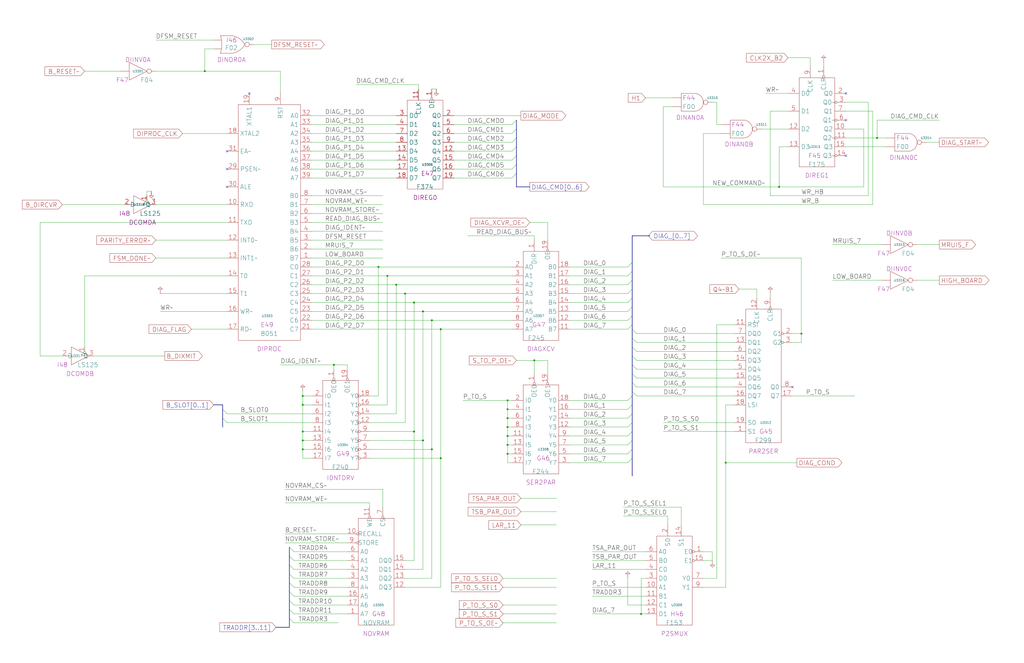
<source format=kicad_sch>
(kicad_sch (version 20230121) (generator eeschema)
  (paper "User" 584.2 378.46)
  (title_block (title "DIAGNOSTIC AND CONTROL\\nDIAGNOSTIC PROCESSOR") (date "08-MAR-90") (rev "0.0") (comment 1 "MEM32 BOARD") (comment 2 "232-003066") (comment 3 "S400") (comment 4 "RELEASED"))
  (junction (at 190.5 208.28))
  (junction (at 457.2 190.5))
  (junction (at 289.56 243.84))
  (junction (at 220.98 157.48))
  (junction (at 289.56 259.08))
  (junction (at 251.46 261.62))
  (junction (at 246.38 256.54))
  (junction (at 226.06 162.56))
  (junction (at 172.72 226.06))
  (junction (at 116.84 40.64))
  (junction (at 172.72 246.38))
  (junction (at 289.56 254))
  (junction (at 251.46 187.96))
  (junction (at 236.22 172.72))
  (junction (at 246.38 182.88))
  (junction (at 236.22 246.38))
  (junction (at 289.56 248.92))
  (junction (at 500.38 78.74))
  (junction (at 172.72 251.46))
  (junction (at 172.72 256.54))
  (junction (at 289.56 228.6))
  (junction (at 172.72 231.14))
  (junction (at 231.14 167.64))
  (junction (at 304.8 205.74))
  (junction (at 365.76 350.52))
  (junction (at 215.9 152.4))
  (junction (at 289.56 233.68))
  (junction (at 444.5 106.68))
  (junction (at 241.3 177.8))
  (junction (at 289.56 238.76))
  (junction (at 414.02 264.16))
  (junction (at 241.3 251.46))
  (no_connect (at 482.6 68.58))
  (no_connect (at 129.54 86.36))
  (no_connect (at 142.24 53.34))
  (no_connect (at 452.12 220.98))
  (no_connect (at 129.54 106.68))
  (no_connect (at 482.6 53.34))
  (no_connect (at 482.6 88.9))
  (no_connect (at 129.54 96.52))
  (bus_entry (at 165.1 317.5) (size 2.54 2.54))
  (bus_entry (at 360.68 149.86) (size -2.54 2.54))
  (bus_entry (at 360.68 223.52) (size 2.54 2.54))
  (bus_entry (at 360.68 256.54) (size -2.54 2.54))
  (bus_entry (at 165.1 337.82) (size 2.54 2.54))
  (bus_entry (at 294.64 78.74) (size -2.54 2.54))
  (bus_entry (at 360.68 251.46) (size -2.54 2.54))
  (bus_entry (at 360.68 208.28) (size 2.54 2.54))
  (bus_entry (at 294.64 88.9) (size -2.54 2.54))
  (bus_entry (at 360.68 165.1) (size -2.54 2.54))
  (bus_entry (at 165.1 327.66) (size 2.54 2.54))
  (bus_entry (at 165.1 342.9) (size 2.54 2.54))
  (bus_entry (at 360.68 193.04) (size 2.54 2.54))
  (bus_entry (at 127 233.68) (size 2.54 2.54))
  (bus_entry (at 360.68 175.26) (size -2.54 2.54))
  (bus_entry (at 360.68 236.22) (size -2.54 2.54))
  (bus_entry (at 165.1 353.06) (size 2.54 2.54))
  (bus_entry (at 360.68 226.06) (size -2.54 2.54))
  (bus_entry (at 127 238.76) (size 2.54 2.54))
  (bus_entry (at 360.68 231.14) (size -2.54 2.54))
  (bus_entry (at 165.1 322.58) (size 2.54 2.54))
  (bus_entry (at 294.64 93.98) (size -2.54 2.54))
  (bus_entry (at 360.68 170.18) (size -2.54 2.54))
  (bus_entry (at 360.68 213.36) (size 2.54 2.54))
  (bus_entry (at 360.68 246.38) (size -2.54 2.54))
  (bus_entry (at 360.68 154.94) (size -2.54 2.54))
  (bus_entry (at 165.1 332.74) (size 2.54 2.54))
  (bus_entry (at 360.68 187.96) (size 2.54 2.54))
  (bus_entry (at 360.68 198.12) (size 2.54 2.54))
  (bus_entry (at 294.64 83.82) (size -2.54 2.54))
  (bus_entry (at 165.1 312.42) (size 2.54 2.54))
  (bus_entry (at 360.68 241.3) (size -2.54 2.54))
  (bus_entry (at 360.68 203.2) (size 2.54 2.54))
  (bus_entry (at 294.64 99.06) (size -2.54 2.54))
  (bus_entry (at 294.64 73.66) (size -2.54 2.54))
  (bus_entry (at 360.68 180.34) (size -2.54 2.54))
  (bus_entry (at 360.68 185.42) (size -2.54 2.54))
  (bus_entry (at 360.68 218.44) (size 2.54 2.54))
  (bus_entry (at 165.1 347.98) (size 2.54 2.54))
  (bus_entry (at 294.64 68.58) (size -2.54 2.54))
  (bus_entry (at 360.68 261.62) (size -2.54 2.54))
  (bus_entry (at 360.68 160.02) (size -2.54 2.54))
  (wire (pts (xy 289.56 254) (xy 289.56 259.08)))
  (wire (pts (xy 167.64 335.28) (xy 198.12 335.28)))
  (wire (pts (xy 167.64 350.52) (xy 198.12 350.52)))
  (wire (pts (xy 457.2 147.32) (xy 411.48 147.32)))
  (wire (pts (xy 304.8 137.16) (xy 304.8 134.62)))
  (wire (pts (xy 289.56 233.68) (xy 292.1 233.68)))
  (wire (pts (xy 177.8 167.64) (xy 231.14 167.64)))
  (bus (pts (xy 360.68 175.26) (xy 360.68 180.34)))
  (wire (pts (xy 231.14 330.2) (xy 246.38 330.2)))
  (wire (pts (xy 177.8 76.2) (xy 226.06 76.2)))
  (wire (pts (xy 231.14 335.28) (xy 251.46 335.28)))
  (wire (pts (xy 363.22 190.5) (xy 419.1 190.5)))
  (wire (pts (xy 259.08 71.12) (xy 292.1 71.12)))
  (wire (pts (xy 129.54 236.22) (xy 177.8 236.22)))
  (bus (pts (xy 360.68 180.34) (xy 360.68 185.42)))
  (wire (pts (xy 297.18 299.72) (xy 317.5 299.72)))
  (wire (pts (xy 408.94 71.12) (xy 408.94 58.42)))
  (bus (pts (xy 294.64 88.9) (xy 294.64 93.98)))
  (wire (pts (xy 177.8 137.16) (xy 218.44 137.16)))
  (wire (pts (xy 439.42 111.76) (xy 495.3 111.76)))
  (wire (pts (xy 198.12 210.82) (xy 198.12 208.28)))
  (wire (pts (xy 53.34 203.2) (xy 93.98 203.2)))
  (wire (pts (xy 231.14 241.3) (xy 231.14 167.64)))
  (wire (pts (xy 172.72 251.46) (xy 177.8 251.46)))
  (wire (pts (xy 378.46 106.68) (xy 444.5 106.68)))
  (wire (pts (xy 177.8 172.72) (xy 236.22 172.72)))
  (bus (pts (xy 360.68 134.62) (xy 360.68 149.86)))
  (bus (pts (xy 294.64 68.58) (xy 294.64 73.66)))
  (wire (pts (xy 289.56 243.84) (xy 289.56 248.92)))
  (wire (pts (xy 177.8 261.62) (xy 172.72 261.62)))
  (wire (pts (xy 312.42 205.74) (xy 304.8 205.74)))
  (wire (pts (xy 88.9 137.16) (xy 129.54 137.16)))
  (wire (pts (xy 259.08 91.44) (xy 292.1 91.44)))
  (wire (pts (xy 482.6 78.74) (xy 500.38 78.74)))
  (wire (pts (xy 226.06 162.56) (xy 292.1 162.56)))
  (wire (pts (xy 259.08 101.6) (xy 292.1 101.6)))
  (wire (pts (xy 292.1 264.16) (xy 289.56 264.16)))
  (wire (pts (xy 172.72 251.46) (xy 172.72 246.38)))
  (wire (pts (xy 482.6 83.82) (xy 505.46 83.82)))
  (wire (pts (xy 368.3 345.44) (xy 358.14 345.44)))
  (wire (pts (xy 289.56 259.08) (xy 289.56 264.16)))
  (wire (pts (xy 325.12 259.08) (xy 358.14 259.08)))
  (bus (pts (xy 360.68 208.28) (xy 360.68 213.36)))
  (wire (pts (xy 523.24 139.7) (xy 535.94 139.7)))
  (bus (pts (xy 360.68 160.02) (xy 360.68 165.1)))
  (wire (pts (xy 177.8 96.52) (xy 226.06 96.52)))
  (wire (pts (xy 177.8 86.36) (xy 226.06 86.36)))
  (wire (pts (xy 177.8 157.48) (xy 220.98 157.48)))
  (wire (pts (xy 325.12 254) (xy 358.14 254)))
  (wire (pts (xy 408.94 185.42) (xy 408.94 330.2)))
  (wire (pts (xy 88.9 116.84) (xy 129.54 116.84)))
  (wire (pts (xy 167.64 345.44) (xy 198.12 345.44)))
  (wire (pts (xy 48.26 157.48) (xy 48.26 198.12)))
  (wire (pts (xy 497.84 63.5) (xy 497.84 116.84)))
  (wire (pts (xy 414.02 231.14) (xy 414.02 264.16)))
  (wire (pts (xy 129.54 241.3) (xy 177.8 241.3)))
  (wire (pts (xy 172.72 246.38) (xy 172.72 231.14)))
  (wire (pts (xy 246.38 182.88) (xy 292.1 182.88)))
  (wire (pts (xy 266.7 134.62) (xy 304.8 134.62)))
  (wire (pts (xy 408.94 330.2) (xy 401.32 330.2)))
  (wire (pts (xy 289.56 228.6) (xy 289.56 233.68)))
  (wire (pts (xy 337.82 314.96) (xy 368.3 314.96)))
  (wire (pts (xy 439.42 167.64) (xy 439.42 170.18)))
  (wire (pts (xy 218.44 289.56) (xy 218.44 279.4)))
  (wire (pts (xy 523.24 160.02) (xy 535.94 160.02)))
  (bus (pts (xy 121.92 231.14) (xy 127 231.14)))
  (wire (pts (xy 289.56 238.76) (xy 289.56 243.84)))
  (wire (pts (xy 172.72 256.54) (xy 177.8 256.54)))
  (wire (pts (xy 190.5 208.28) (xy 198.12 208.28)))
  (wire (pts (xy 167.64 340.36) (xy 198.12 340.36)))
  (wire (pts (xy 172.72 246.38) (xy 177.8 246.38)))
  (wire (pts (xy 381 299.72) (xy 381 294.64)))
  (bus (pts (xy 165.1 347.98) (xy 165.1 353.06)))
  (wire (pts (xy 325.12 228.6) (xy 358.14 228.6)))
  (bus (pts (xy 360.68 198.12) (xy 360.68 203.2)))
  (wire (pts (xy 406.4 314.96) (xy 406.4 320.04)))
  (wire (pts (xy 177.8 121.92) (xy 218.44 121.92)))
  (bus (pts (xy 157.48 358.14) (xy 165.1 358.14)))
  (wire (pts (xy 259.08 96.52) (xy 292.1 96.52)))
  (wire (pts (xy 365.76 330.2) (xy 365.76 350.52)))
  (bus (pts (xy 360.68 149.86) (xy 360.68 154.94)))
  (bus (pts (xy 360.68 213.36) (xy 360.68 218.44)))
  (wire (pts (xy 482.6 73.66) (xy 492.76 73.66)))
  (wire (pts (xy 116.84 40.64) (xy 88.9 40.64)))
  (wire (pts (xy 177.8 152.4) (xy 215.9 152.4)))
  (wire (pts (xy 259.08 76.2) (xy 292.1 76.2)))
  (wire (pts (xy 289.56 228.6) (xy 292.1 228.6)))
  (bus (pts (xy 294.64 106.68) (xy 302.26 106.68)))
  (wire (pts (xy 172.72 226.06) (xy 177.8 226.06)))
  (wire (pts (xy 236.22 320.04) (xy 236.22 246.38)))
  (wire (pts (xy 337.82 340.36) (xy 368.3 340.36)))
  (wire (pts (xy 177.8 142.24) (xy 218.44 142.24)))
  (wire (pts (xy 452.12 190.5) (xy 457.2 190.5)))
  (wire (pts (xy 220.98 157.48) (xy 292.1 157.48)))
  (wire (pts (xy 355.6 294.64) (xy 381 294.64)))
  (wire (pts (xy 325.12 172.72) (xy 358.14 172.72)))
  (bus (pts (xy 294.64 93.98) (xy 294.64 99.06)))
  (wire (pts (xy 325.12 177.8) (xy 358.14 177.8)))
  (wire (pts (xy 177.8 187.96) (xy 251.46 187.96)))
  (bus (pts (xy 360.68 246.38) (xy 360.68 251.46)))
  (wire (pts (xy 210.82 241.3) (xy 231.14 241.3)))
  (wire (pts (xy 88.9 22.86) (xy 121.92 22.86)))
  (wire (pts (xy 215.9 152.4) (xy 292.1 152.4)))
  (wire (pts (xy 203.2 48.26) (xy 238.76 48.26)))
  (wire (pts (xy 289.56 254) (xy 292.1 254)))
  (wire (pts (xy 325.12 157.48) (xy 358.14 157.48)))
  (wire (pts (xy 495.3 58.42) (xy 482.6 58.42)))
  (wire (pts (xy 363.22 195.58) (xy 419.1 195.58)))
  (wire (pts (xy 210.82 256.54) (xy 246.38 256.54)))
  (bus (pts (xy 360.68 203.2) (xy 360.68 208.28)))
  (wire (pts (xy 421.64 165.1) (xy 431.8 165.1)))
  (wire (pts (xy 259.08 86.36) (xy 292.1 86.36)))
  (wire (pts (xy 177.8 116.84) (xy 218.44 116.84)))
  (wire (pts (xy 304.8 205.74) (xy 294.64 205.74)))
  (wire (pts (xy 177.8 132.08) (xy 218.44 132.08)))
  (wire (pts (xy 457.2 195.58) (xy 457.2 190.5)))
  (wire (pts (xy 325.12 162.56) (xy 358.14 162.56)))
  (bus (pts (xy 165.1 322.58) (xy 165.1 327.66)))
  (bus (pts (xy 127 233.68) (xy 127 238.76)))
  (wire (pts (xy 246.38 256.54) (xy 246.38 182.88)))
  (wire (pts (xy 162.56 309.88) (xy 198.12 309.88)))
  (wire (pts (xy 167.64 325.12) (xy 198.12 325.12)))
  (wire (pts (xy 238.76 50.8) (xy 238.76 48.26)))
  (wire (pts (xy 312.42 213.36) (xy 312.42 205.74)))
  (wire (pts (xy 368.3 55.88) (xy 383.54 55.88)))
  (wire (pts (xy 177.8 177.8) (xy 241.3 177.8)))
  (wire (pts (xy 289.56 238.76) (xy 292.1 238.76)))
  (bus (pts (xy 165.1 312.42) (xy 165.1 317.5)))
  (bus (pts (xy 360.68 165.1) (xy 360.68 170.18)))
  (wire (pts (xy 287.02 335.28) (xy 317.5 335.28)))
  (wire (pts (xy 363.22 226.06) (xy 419.1 226.06)))
  (wire (pts (xy 469.9 35.56) (xy 469.9 38.1)))
  (wire (pts (xy 325.12 233.68) (xy 358.14 233.68)))
  (wire (pts (xy 401.32 335.28) (xy 414.02 335.28)))
  (wire (pts (xy 210.82 289.56) (xy 210.82 287.02)))
  (wire (pts (xy 167.64 314.96) (xy 198.12 314.96)))
  (wire (pts (xy 337.82 350.52) (xy 365.76 350.52)))
  (wire (pts (xy 167.64 355.6) (xy 193.04 355.6)))
  (wire (pts (xy 528.32 81.28) (xy 535.94 81.28)))
  (wire (pts (xy 289.56 248.92) (xy 289.56 254)))
  (bus (pts (xy 360.68 236.22) (xy 360.68 241.3)))
  (bus (pts (xy 165.1 337.82) (xy 165.1 342.9)))
  (wire (pts (xy 210.82 236.22) (xy 226.06 236.22)))
  (wire (pts (xy 411.48 71.12) (xy 408.94 71.12)))
  (bus (pts (xy 360.68 187.96) (xy 360.68 193.04)))
  (wire (pts (xy 337.82 325.12) (xy 368.3 325.12)))
  (wire (pts (xy 177.8 147.32) (xy 218.44 147.32)))
  (wire (pts (xy 363.22 200.66) (xy 419.1 200.66)))
  (wire (pts (xy 160.02 53.34) (xy 160.02 40.64)))
  (wire (pts (xy 86.36 109.22) (xy 83.82 109.22)))
  (bus (pts (xy 360.68 223.52) (xy 360.68 226.06)))
  (wire (pts (xy 259.08 81.28) (xy 292.1 81.28)))
  (wire (pts (xy 177.8 127) (xy 218.44 127)))
  (wire (pts (xy 500.38 78.74) (xy 505.46 78.74)))
  (wire (pts (xy 408.94 58.42) (xy 406.4 58.42)))
  (bus (pts (xy 360.68 154.94) (xy 360.68 160.02)))
  (wire (pts (xy 325.12 248.92) (xy 358.14 248.92)))
  (wire (pts (xy 210.82 251.46) (xy 241.3 251.46)))
  (wire (pts (xy 365.76 350.52) (xy 368.3 350.52)))
  (bus (pts (xy 360.68 193.04) (xy 360.68 198.12)))
  (wire (pts (xy 129.54 157.48) (xy 48.26 157.48)))
  (bus (pts (xy 127 238.76) (xy 127 243.84)))
  (wire (pts (xy 231.14 325.12) (xy 241.3 325.12)))
  (wire (pts (xy 325.12 152.4) (xy 358.14 152.4)))
  (wire (pts (xy 236.22 172.72) (xy 292.1 172.72)))
  (wire (pts (xy 449.58 63.5) (xy 439.42 63.5)))
  (wire (pts (xy 177.8 91.44) (xy 226.06 91.44)))
  (wire (pts (xy 302.26 127) (xy 312.42 127)))
  (wire (pts (xy 378.46 246.38) (xy 419.1 246.38)))
  (wire (pts (xy 241.3 325.12) (xy 241.3 251.46)))
  (wire (pts (xy 414.02 264.16) (xy 454.66 264.16)))
  (wire (pts (xy 246.38 330.2) (xy 246.38 256.54)))
  (wire (pts (xy 287.02 350.52) (xy 317.5 350.52)))
  (wire (pts (xy 210.82 246.38) (xy 236.22 246.38)))
  (bus (pts (xy 360.68 241.3) (xy 360.68 246.38)))
  (wire (pts (xy 474.98 160.02) (xy 502.92 160.02)))
  (wire (pts (xy 388.62 299.72) (xy 388.62 289.56)))
  (wire (pts (xy 91.44 167.64) (xy 129.54 167.64)))
  (bus (pts (xy 294.64 73.66) (xy 294.64 78.74)))
  (wire (pts (xy 177.8 182.88) (xy 246.38 182.88)))
  (bus (pts (xy 360.68 231.14) (xy 360.68 236.22)))
  (wire (pts (xy 431.8 170.18) (xy 431.8 165.1)))
  (wire (pts (xy 325.12 238.76) (xy 358.14 238.76)))
  (wire (pts (xy 160.02 40.64) (xy 116.84 40.64)))
  (wire (pts (xy 500.38 78.74) (xy 500.38 68.58)))
  (wire (pts (xy 363.22 205.74) (xy 419.1 205.74)))
  (bus (pts (xy 165.1 327.66) (xy 165.1 332.74)))
  (wire (pts (xy 304.8 205.74) (xy 304.8 213.36)))
  (wire (pts (xy 172.72 226.06) (xy 172.72 223.52)))
  (wire (pts (xy 177.8 101.6) (xy 226.06 101.6)))
  (wire (pts (xy 325.12 182.88) (xy 358.14 182.88)))
  (wire (pts (xy 358.14 345.44) (xy 358.14 330.2)))
  (bus (pts (xy 360.68 170.18) (xy 360.68 175.26)))
  (wire (pts (xy 401.32 314.96) (xy 406.4 314.96)))
  (wire (pts (xy 482.6 63.5) (xy 497.84 63.5)))
  (wire (pts (xy 452.12 195.58) (xy 457.2 195.58)))
  (wire (pts (xy 48.26 40.64) (xy 68.58 40.64)))
  (wire (pts (xy 297.18 292.1) (xy 317.5 292.1)))
  (wire (pts (xy 325.12 243.84) (xy 358.14 243.84)))
  (wire (pts (xy 289.56 243.84) (xy 292.1 243.84)))
  (wire (pts (xy 129.54 127) (xy 22.86 127)))
  (wire (pts (xy 325.12 187.96) (xy 358.14 187.96)))
  (bus (pts (xy 360.68 134.62) (xy 370.84 134.62)))
  (wire (pts (xy 452.12 226.06) (xy 487.68 226.06)))
  (wire (pts (xy 363.22 220.98) (xy 419.1 220.98)))
  (wire (pts (xy 218.44 279.4) (xy 162.56 279.4)))
  (wire (pts (xy 251.46 261.62) (xy 251.46 187.96)))
  (wire (pts (xy 210.82 231.14) (xy 220.98 231.14)))
  (wire (pts (xy 116.84 27.94) (xy 116.84 40.64)))
  (wire (pts (xy 419.1 185.42) (xy 408.94 185.42)))
  (wire (pts (xy 144.78 25.4) (xy 154.94 25.4)))
  (wire (pts (xy 231.14 167.64) (xy 292.1 167.64)))
  (wire (pts (xy 287.02 345.44) (xy 317.5 345.44)))
  (wire (pts (xy 236.22 246.38) (xy 236.22 172.72)))
  (wire (pts (xy 414.02 335.28) (xy 414.02 264.16)))
  (bus (pts (xy 360.68 256.54) (xy 360.68 261.62)))
  (wire (pts (xy 325.12 167.64) (xy 358.14 167.64)))
  (wire (pts (xy 172.72 231.14) (xy 177.8 231.14)))
  (wire (pts (xy 439.42 63.5) (xy 439.42 111.76)))
  (wire (pts (xy 210.82 226.06) (xy 215.9 226.06)))
  (bus (pts (xy 165.1 342.9) (xy 165.1 347.98)))
  (bus (pts (xy 165.1 317.5) (xy 165.1 322.58)))
  (wire (pts (xy 88.9 147.32) (xy 129.54 147.32)))
  (wire (pts (xy 231.14 320.04) (xy 236.22 320.04)))
  (wire (pts (xy 297.18 284.48) (xy 317.5 284.48)))
  (wire (pts (xy 241.3 177.8) (xy 292.1 177.8)))
  (wire (pts (xy 492.76 106.68) (xy 492.76 73.66)))
  (wire (pts (xy 337.82 335.28) (xy 368.3 335.28)))
  (bus (pts (xy 360.68 226.06) (xy 360.68 231.14)))
  (wire (pts (xy 444.5 106.68) (xy 492.76 106.68)))
  (wire (pts (xy 363.22 215.9) (xy 419.1 215.9)))
  (wire (pts (xy 462.28 38.1) (xy 462.28 33.02)))
  (wire (pts (xy 401.32 76.2) (xy 411.48 76.2)))
  (wire (pts (xy 22.86 203.2) (xy 35.56 203.2)))
  (wire (pts (xy 401.32 116.84) (xy 401.32 76.2)))
  (wire (pts (xy 177.8 71.12) (xy 226.06 71.12)))
  (wire (pts (xy 495.3 111.76) (xy 495.3 58.42)))
  (wire (pts (xy 172.72 256.54) (xy 172.72 251.46)))
  (wire (pts (xy 177.8 66.04) (xy 226.06 66.04)))
  (wire (pts (xy 312.42 137.16) (xy 312.42 127)))
  (bus (pts (xy 294.64 83.82) (xy 294.64 88.9)))
  (wire (pts (xy 246.38 50.8) (xy 248.92 50.8)))
  (bus (pts (xy 294.64 78.74) (xy 294.64 83.82)))
  (bus (pts (xy 294.64 99.06) (xy 294.64 106.68)))
  (wire (pts (xy 22.86 127) (xy 22.86 203.2)))
  (wire (pts (xy 215.9 226.06) (xy 215.9 152.4)))
  (wire (pts (xy 251.46 335.28) (xy 251.46 261.62)))
  (wire (pts (xy 287.02 355.6) (xy 317.5 355.6)))
  (wire (pts (xy 109.22 187.96) (xy 129.54 187.96)))
  (wire (pts (xy 167.64 320.04) (xy 198.12 320.04)))
  (wire (pts (xy 226.06 236.22) (xy 226.06 162.56)))
  (wire (pts (xy 325.12 264.16) (xy 358.14 264.16)))
  (wire (pts (xy 177.8 162.56) (xy 226.06 162.56)))
  (wire (pts (xy 259.08 66.04) (xy 297.18 66.04)))
  (bus (pts (xy 165.1 353.06) (xy 165.1 358.14)))
  (wire (pts (xy 251.46 187.96) (xy 292.1 187.96)))
  (wire (pts (xy 162.56 287.02) (xy 210.82 287.02)))
  (bus (pts (xy 360.68 261.62) (xy 360.68 271.78)))
  (wire (pts (xy 500.38 68.58) (xy 535.94 68.58)))
  (wire (pts (xy 287.02 330.2) (xy 317.5 330.2)))
  (wire (pts (xy 497.84 116.84) (xy 401.32 116.84)))
  (wire (pts (xy 177.8 111.76) (xy 218.44 111.76)))
  (wire (pts (xy 457.2 190.5) (xy 457.2 147.32)))
  (wire (pts (xy 368.3 330.2) (xy 365.76 330.2)))
  (wire (pts (xy 220.98 231.14) (xy 220.98 157.48)))
  (wire (pts (xy 167.64 330.2) (xy 198.12 330.2)))
  (wire (pts (xy 264.16 228.6) (xy 289.56 228.6)))
  (wire (pts (xy 289.56 248.92) (xy 292.1 248.92)))
  (wire (pts (xy 401.32 320.04) (xy 406.4 320.04)))
  (wire (pts (xy 363.22 210.82) (xy 419.1 210.82)))
  (wire (pts (xy 104.14 76.2) (xy 129.54 76.2)))
  (wire (pts (xy 378.46 241.3) (xy 419.1 241.3)))
  (wire (pts (xy 474.98 139.7) (xy 502.92 139.7)))
  (wire (pts (xy 190.5 208.28) (xy 190.5 210.82)))
  (wire (pts (xy 449.58 33.02) (xy 462.28 33.02)))
  (wire (pts (xy 289.56 259.08) (xy 292.1 259.08)))
  (wire (pts (xy 35.56 116.84) (xy 71.12 116.84)))
  (wire (pts (xy 172.72 261.62) (xy 172.72 256.54)))
  (wire (pts (xy 172.72 231.14) (xy 172.72 226.06)))
  (wire (pts (xy 162.56 304.8) (xy 198.12 304.8)))
  (wire (pts (xy 83.82 109.22) (xy 83.82 111.76)))
  (wire (pts (xy 436.88 53.34) (xy 449.58 53.34)))
  (wire (pts (xy 210.82 261.62) (xy 251.46 261.62)))
  (wire (pts (xy 121.92 27.94) (xy 116.84 27.94)))
  (wire (pts (xy 449.58 83.82) (xy 444.5 83.82)))
  (bus (pts (xy 360.68 185.42) (xy 360.68 187.96)))
  (wire (pts (xy 419.1 231.14) (xy 414.02 231.14)))
  (wire (pts (xy 241.3 251.46) (xy 241.3 177.8)))
  (wire (pts (xy 444.5 83.82) (xy 444.5 106.68)))
  (wire (pts (xy 337.82 320.04) (xy 368.3 320.04)))
  (wire (pts (xy 160.02 208.28) (xy 190.5 208.28)))
  (bus (pts (xy 360.68 218.44) (xy 360.68 223.52)))
  (bus (pts (xy 127 231.14) (xy 127 233.68)))
  (wire (pts (xy 355.6 289.56) (xy 388.62 289.56)))
  (bus (pts (xy 360.68 251.46) (xy 360.68 256.54)))
  (wire (pts (xy 378.46 60.96) (xy 378.46 106.68)))
  (wire (pts (xy 289.56 233.68) (xy 289.56 238.76)))
  (bus (pts (xy 165.1 332.74) (xy 165.1 337.82)))
  (wire (pts (xy 434.34 73.66) (xy 449.58 73.66)))
  (wire (pts (xy 383.54 60.96) (xy 378.46 60.96)))
  (wire (pts (xy 91.44 177.8) (xy 129.54 177.8)))
  (wire (pts (xy 177.8 81.28) (xy 226.06 81.28)))
  (label "READ_DIAG_BUS~" (at 271.78 134.62 0) (effects (font (size 2.54 2.54))))
  (label "DIAG_7" (at 337.82 350.52 0) (effects (font (size 2.54 2.54))))
  (label "DIAG_CMD_CLK" (at 508 68.58 0) (effects (font (size 2.54 2.54))))
  (label "LAR_11" (at 337.82 325.12 0) (effects (font (size 2.54 2.54))))
  (label "DIAG_6" (at 332.74 259.08 0) (effects (font (size 2.54 2.54))))
  (label "DIAG_2" (at 378.46 200.66 0) (effects (font (size 2.54 2.54))))
  (label "DFSM_RESET" (at 185.42 137.16 0) (effects (font (size 2.54 2.54))))
  (label "DIAG_P1_D5" (at 185.42 91.44 0) (effects (font (size 2.54 2.54))))
  (label "P_TO_S_SEL1" (at 355.6 289.56 0) (effects (font (size 2.54 2.54))))
  (label "DIAG_2" (at 332.74 238.76 0) (effects (font (size 2.54 2.54))))
  (label "DIAG_6" (at 378.46 220.98 0) (effects (font (size 2.54 2.54))))
  (label "NOVRAM_WE~" (at 185.42 116.84 0) (effects (font (size 2.54 2.54))))
  (label "DIAG_7" (at 332.74 187.96 0) (effects (font (size 2.54 2.54))))
  (label "DIAG_P2_D0" (at 185.42 152.4 0) (effects (font (size 2.54 2.54))))
  (label "WR~" (at 91.44 177.8 0) (effects (font (size 2.54 2.54))))
  (label "DIAG_5" (at 332.74 177.8 0) (effects (font (size 2.54 2.54))))
  (label "NOVRAM_WE~" (at 162.56 287.02 0) (effects (font (size 2.54 2.54))))
  (label "DIAG_P1_D1" (at 185.42 71.12 0) (effects (font (size 2.54 2.54))))
  (label "LOW_BOARD" (at 474.98 160.02 0) (effects (font (size 2.54 2.54))))
  (label "TRADDR10" (at 170.18 345.44 0) (effects (font (size 2.54 2.54))))
  (label "DIAG_0" (at 332.74 228.6 0) (effects (font (size 2.54 2.54))))
  (label "NOVRAM_CS~" (at 162.56 279.4 0) (effects (font (size 2.54 2.54))))
  (label "DIAG_0" (at 378.46 190.5 0) (effects (font (size 2.54 2.54))))
  (label "MRUIS_7" (at 185.42 142.24 0) (effects (font (size 2.54 2.54))))
  (label "DIAG_CMD2" (at 266.7 81.28 0) (effects (font (size 2.54 2.54))))
  (label "DIAG_P2_D3" (at 185.42 167.64 0) (effects (font (size 2.54 2.54))))
  (label "DIAG_3" (at 332.74 243.84 0) (effects (font (size 2.54 2.54))))
  (label "DIAG_4" (at 378.46 210.82 0) (effects (font (size 2.54 2.54))))
  (label "DIAG_P1_D6" (at 185.42 96.52 0) (effects (font (size 2.54 2.54))))
  (label "P_TO_S" (at 264.16 228.6 0) (effects (font (size 2.54 2.54))))
  (label "DIAG_4" (at 332.74 248.92 0) (effects (font (size 2.54 2.54))))
  (label "TRADDR3" (at 337.82 340.36 0) (effects (font (size 2.54 2.54))))
  (label "DIAG_2" (at 332.74 162.56 0) (effects (font (size 2.54 2.54))))
  (label "READ_DIAG_BUS~" (at 185.42 127 0) (effects (font (size 2.54 2.54))))
  (label "DIAG_IDENT~" (at 160.02 208.28 0) (effects (font (size 2.54 2.54))))
  (label "DIAG_CMD0" (at 266.7 71.12 0) (effects (font (size 2.54 2.54))))
  (label "DIAG_CMD6" (at 266.7 101.6 0) (effects (font (size 2.54 2.54))))
  (label "NOVRAM_STORE~" (at 162.56 309.88 0) (effects (font (size 2.54 2.54))))
  (label "TRADDR7" (at 170.18 330.2 0) (effects (font (size 2.54 2.54))))
  (label "P_TO_S" (at 337.82 335.28 0) (effects (font (size 2.54 2.54))))
  (label "DIAG_3" (at 378.46 205.74 0) (effects (font (size 2.54 2.54))))
  (label "DIAG_CMD5" (at 266.7 96.52 0) (effects (font (size 2.54 2.54))))
  (label "DIAG_0" (at 332.74 152.4 0) (effects (font (size 2.54 2.54))))
  (label "DIAG_7" (at 332.74 264.16 0) (effects (font (size 2.54 2.54))))
  (label "TRADDR4" (at 170.18 314.96 0) (effects (font (size 2.54 2.54))))
  (label "TRADDR3" (at 170.18 355.6 0) (effects (font (size 2.54 2.54))))
  (label "TSB_PAR_OUT" (at 337.82 320.04 0) (effects (font (size 2.54 2.54))))
  (label "DFSM_RESET" (at 88.9 22.86 0) (effects (font (size 2.54 2.54))))
  (label "WR~" (at 436.88 53.34 0) (effects (font (size 2.54 2.54))))
  (label "DIAG_1" (at 378.46 195.58 0) (effects (font (size 2.54 2.54))))
  (label "DIAG_CMD_CLK" (at 203.2 48.26 0) (effects (font (size 2.54 2.54))))
  (label "DIAG_1" (at 332.74 233.68 0) (effects (font (size 2.54 2.54))))
  (label "DIAG_P1_D3" (at 185.42 81.28 0) (effects (font (size 2.54 2.54))))
  (label "B_SLOT1" (at 137.16 241.3 0) (effects (font (size 2.54 2.54))))
  (label "DIAG_IDENT~" (at 185.42 132.08 0) (effects (font (size 2.54 2.54))))
  (label "TRADDR11" (at 170.18 350.52 0) (effects (font (size 2.54 2.54))))
  (label "DIAG_P1_D7" (at 185.42 101.6 0) (effects (font (size 2.54 2.54))))
  (label "DIAG_5" (at 332.74 254 0) (effects (font (size 2.54 2.54))))
  (label "DIAG_3" (at 332.74 167.64 0) (effects (font (size 2.54 2.54))))
  (label "P_TO_S_S1" (at 378.46 246.38 0) (effects (font (size 2.54 2.54))))
  (label "DIAG_CMD3" (at 266.7 86.36 0) (effects (font (size 2.54 2.54))))
  (label "DIAG_CMD4" (at 266.7 91.44 0) (effects (font (size 2.54 2.54))))
  (label "TRADDR5" (at 170.18 320.04 0) (effects (font (size 2.54 2.54))))
  (label "DIAG_P2_D1" (at 185.42 157.48 0) (effects (font (size 2.54 2.54))))
  (label "P_TO_S_OE~" (at 411.48 147.32 0) (effects (font (size 2.54 2.54))))
  (label "DIAG_P2_D2" (at 185.42 162.56 0) (effects (font (size 2.54 2.54))))
  (label "DIAG_5" (at 378.46 215.9 0) (effects (font (size 2.54 2.54))))
  (label "NOVRAM_CS~" (at 185.42 111.76 0) (effects (font (size 2.54 2.54))))
  (label "MRUIS_7" (at 474.98 139.7 0) (effects (font (size 2.54 2.54))))
  (label "DIAG_P2_D4" (at 185.42 172.72 0) (effects (font (size 2.54 2.54))))
  (label "TRADDR9" (at 170.18 340.36 0) (effects (font (size 2.54 2.54))))
  (label "B_RESET~" (at 162.56 304.8 0) (effects (font (size 2.54 2.54))))
  (label "DIAG_6" (at 332.74 182.88 0) (effects (font (size 2.54 2.54))))
  (label "B_SLOT0" (at 137.16 236.22 0) (effects (font (size 2.54 2.54))))
  (label "P_TO_S" (at 459.74 226.06 0) (effects (font (size 2.54 2.54))))
  (label "NEW_COMMAND~" (at 406.4 106.68 0) (effects (font (size 2.54 2.54))))
  (label "WR_HB" (at 457.2 111.76 0) (effects (font (size 2.54 2.54))))
  (label "DIAG_7" (at 378.46 226.06 0) (effects (font (size 2.54 2.54))))
  (label "DIAG_P2_D5" (at 185.42 177.8 0) (effects (font (size 2.54 2.54))))
  (label "DIAG_P2_D7" (at 185.42 187.96 0) (effects (font (size 2.54 2.54))))
  (label "DIAG_P1_D2" (at 185.42 76.2 0) (effects (font (size 2.54 2.54))))
  (label "TRADDR8" (at 170.18 335.28 0) (effects (font (size 2.54 2.54))))
  (label "LOW_BOARD" (at 185.42 147.32 0) (effects (font (size 2.54 2.54))))
  (label "DIAG_4" (at 332.74 172.72 0) (effects (font (size 2.54 2.54))))
  (label "TSA_PAR_OUT" (at 337.82 314.96 0) (effects (font (size 2.54 2.54))))
  (label "DIAG_CMD1" (at 266.7 76.2 0) (effects (font (size 2.54 2.54))))
  (label "DIAG_P1_D4" (at 185.42 86.36 0) (effects (font (size 2.54 2.54))))
  (label "DIAG_1" (at 332.74 157.48 0) (effects (font (size 2.54 2.54))))
  (label "NOVRAM_STORE~" (at 185.42 121.92 0) (effects (font (size 2.54 2.54))))
  (label "WR_B" (at 457.2 116.84 0) (effects (font (size 2.54 2.54))))
  (label "DIAG_P2_D6" (at 185.42 182.88 0) (effects (font (size 2.54 2.54))))
  (label "TRADDR6" (at 170.18 325.12 0) (effects (font (size 2.54 2.54))))
  (label "P_TO_S_S0" (at 378.46 241.3 0) (effects (font (size 2.54 2.54))))
  (label "DIAG_P1_D0" (at 185.42 66.04 0) (effects (font (size 2.54 2.54))))
  (label "P_TO_S_SEL0" (at 355.6 294.64 0) (effects (font (size 2.54 2.54))))
  (global_label "PARITY_ERROR~" (shape input) (at 88.9 137.16 180) (effects (font (size 2.54 2.54))) (property "Intersheetrefs" "${INTERSHEET_REFS}" (at 55.3569 137.0013 0) (effects (font (size 1.905 1.905)) (justify right))))
  (global_label "DIPROC_CLK" (shape input) (at 104.14 76.2 180) (effects (font (size 2.54 2.54))) (property "Intersheetrefs" "${INTERSHEET_REFS}" (at 76.4026 76.0413 0) (effects (font (size 1.905 1.905)) (justify right))))
  (global_label "DIAG_MODE" (shape output) (at 297.18 66.04 0) (effects (font (size 2.54 2.54))) (property "Intersheetrefs" "${INTERSHEET_REFS}" (at 322.6193 65.8813 0) (effects (font (size 1.905 1.905)) (justify left))))
  (global_label "CLK2X_B2" (shape input) (at 449.58 33.02 180) (effects (font (size 2.54 2.54))) (property "Intersheetrefs" "${INTERSHEET_REFS}" (at 426.0759 32.8613 0) (effects (font (size 1.905 1.905)) (justify right))))
  (global_label "TRADDR[3..11]" (shape input) (at 157.48 358.14 180) (effects (font (size 2.54 2.54))) (property "Intersheetrefs" "${INTERSHEET_REFS}" (at 125.5093 357.9813 0) (effects (font (size 1.905 1.905)) (justify right))))
  (global_label "P_TO_S_OE~" (shape input) (at 287.02 355.6 180) (effects (font (size 2.54 2.54))) (property "Intersheetrefs" "${INTERSHEET_REFS}" (at 260.2502 355.4413 0) (effects (font (size 1.905 1.905)) (justify right))))
  (global_label "S_TO_P_OE~" (shape input) (at 294.64 205.74 180) (effects (font (size 2.54 2.54))) (property "Intersheetrefs" "${INTERSHEET_REFS}" (at 267.8702 205.5813 0) (effects (font (size 1.905 1.905)) (justify right))))
  (global_label "TSB_PAR_OUT" (shape input) (at 297.18 292.1 180) (effects (font (size 2.54 2.54))) (property "Intersheetrefs" "${INTERSHEET_REFS}" (at 267.2655 291.9413 0) (effects (font (size 1.905 1.905)) (justify right))))
  (global_label "DIAG_FLAG" (shape input) (at 109.22 187.96 180) (effects (font (size 2.54 2.54))) (property "Intersheetrefs" "${INTERSHEET_REFS}" (at 85.2321 187.8013 0) (effects (font (size 1.905 1.905)) (justify right))))
  (global_label "B_DIRCVR" (shape input) (at 35.56 116.84 180) (effects (font (size 2.54 2.54))) (property "Intersheetrefs" "${INTERSHEET_REFS}" (at 12.7121 116.6813 0) (effects (font (size 1.905 1.905)) (justify right))))
  (global_label "LAR_11" (shape input) (at 297.18 299.72 180) (effects (font (size 2.54 2.54))) (property "Intersheetrefs" "${INTERSHEET_REFS}" (at 278.9978 299.5613 0) (effects (font (size 1.905 1.905)) (justify right))))
  (global_label "TSA_PAR_OUT" (shape input) (at 297.18 284.48 180) (effects (font (size 2.54 2.54))) (property "Intersheetrefs" "${INTERSHEET_REFS}" (at 267.4378 284.3213 0) (effects (font (size 1.905 1.905)) (justify right))))
  (global_label "DIAG_COND" (shape output) (at 454.66 264.16 0) (effects (font (size 2.54 2.54))) (property "Intersheetrefs" "${INTERSHEET_REFS}" (at 480.0993 264.0013 0) (effects (font (size 1.905 1.905)) (justify left))))
  (global_label "B_DIXMIT" (shape output) (at 93.98 203.2 0) (effects (font (size 2.54 2.54))) (property "Intersheetrefs" "${INTERSHEET_REFS}" (at 115.4974 203.0413 0) (effects (font (size 1.905 1.905)) (justify left))))
  (global_label "DIAG_XCVR_OE~" (shape input) (at 302.26 127 180) (effects (font (size 2.54 2.54))) (property "Intersheetrefs" "${INTERSHEET_REFS}" (at 268.8378 126.8413 0) (effects (font (size 1.905 1.905)) (justify right))))
  (global_label "H1" (shape input) (at 368.3 55.88 180) (effects (font (size 2.54 2.54))) (property "Intersheetrefs" "${INTERSHEET_REFS}" (at 358.5845 55.7213 0) (effects (font (size 1.905 1.905)) (justify right))))
  (global_label "P_TO_S_S1" (shape input) (at 287.02 350.52 180) (effects (font (size 2.54 2.54))) (property "Intersheetrefs" "${INTERSHEET_REFS}" (at 262.1855 350.3613 0) (effects (font (size 1.905 1.905)) (justify right))))
  (global_label "HIGH_BOARD" (shape output) (at 535.94 160.02 0) (effects (font (size 2.54 2.54))) (property "Intersheetrefs" "${INTERSHEET_REFS}" (at 564.0403 159.8613 0) (effects (font (size 1.905 1.905)) (justify left))))
  (global_label "DFSM_RESET~" (shape output) (at 154.94 25.4 0) (effects (font (size 2.54 2.54))) (property "Intersheetrefs" "${INTERSHEET_REFS}" (at 184.8545 25.2413 0) (effects (font (size 1.905 1.905)) (justify left))))
  (global_label "DIAG_[0..7]" (shape bidirectional) (at 369.9104 134.62 0) (effects (font (size 2.54 2.54))) (property "Intersheetrefs" "${INTERSHEET_REFS}" (at 395.5916 134.4613 0) (effects (font (size 1.905 1.905)) (justify left))))
  (global_label "Q4~B1" (shape input) (at 421.64 165.1 180) (effects (font (size 2.54 2.54))) (property "Intersheetrefs" "${INTERSHEET_REFS}" (at 405.1512 164.9413 0) (effects (font (size 1.905 1.905)) (justify right))))
  (global_label "DIAG_START~" (shape output) (at 535.94 81.28 0) (effects (font (size 2.54 2.54))) (property "Intersheetrefs" "${INTERSHEET_REFS}" (at 563.7984 81.1213 0) (effects (font (size 1.905 1.905)) (justify left))))
  (global_label "B_RESET~" (shape input) (at 48.26 40.64 180) (effects (font (size 2.54 2.54))) (property "Intersheetrefs" "${INTERSHEET_REFS}" (at 25.8445 40.4813 0) (effects (font (size 1.905 1.905)) (justify right))))
  (global_label "DIAG_CMD[0..6]" (shape output) (at 302.26 106.68 0) (effects (font (size 2.54 2.54))) (property "Intersheetrefs" "${INTERSHEET_REFS}" (at 335.9241 106.5213 0) (effects (font (size 1.905 1.905)) (justify left))))
  (global_label "P_TO_S_S0" (shape input) (at 287.02 345.44 180) (effects (font (size 2.54 2.54))) (property "Intersheetrefs" "${INTERSHEET_REFS}" (at 262.1855 345.2813 0) (effects (font (size 1.905 1.905)) (justify right))))
  (global_label "FSM_DONE~" (shape input) (at 88.9 147.32 180) (effects (font (size 2.54 2.54))) (property "Intersheetrefs" "${INTERSHEET_REFS}" (at 62.8559 147.1613 0) (effects (font (size 1.905 1.905)) (justify right))))
  (global_label "MRUIS_F" (shape output) (at 535.94 139.7 0) (effects (font (size 2.54 2.54))) (property "Intersheetrefs" "${INTERSHEET_REFS}" (at 556.4203 139.5413 0) (effects (font (size 1.905 1.905)) (justify left))))
  (global_label "B_SLOT[0..1]" (shape input) (at 121.92 231.14 180) (effects (font (size 2.54 2.54))) (property "Intersheetrefs" "${INTERSHEET_REFS}" (at 93.094 230.9813 0) (effects (font (size 1.905 1.905)) (justify right))))
  (global_label "P_TO_S_SEL0" (shape input) (at 287.02 330.2 180) (effects (font (size 2.54 2.54))) (property "Intersheetrefs" "${INTERSHEET_REFS}" (at 257.8312 330.0413 0) (effects (font (size 1.905 1.905)) (justify right))))
  (global_label "P_TO_S_SEL1" (shape input) (at 287.02 335.28 180) (effects (font (size 2.54 2.54))) (property "Intersheetrefs" "${INTERSHEET_REFS}" (at 257.8312 335.1213 0) (effects (font (size 1.905 1.905)) (justify right))))
  (symbol (lib_id "r1000:PU") (at 439.42 167.64 0) (unit 1)
    (property "Reference" "#PWR03304" (effects hide))
    (property "Value" "PU" (effects hide))
  )
  (symbol (lib_id "r1000:PU") (at 172.72 223.52 0) (unit 1)
    (property "Reference" "#PWR03301" (effects hide))
    (property "Value" "PU" (effects hide))
  )
  (symbol (lib_id "r1000:F00") (at 513.08 78.74 0) (unit 1)
    (property "Reference" "U3314" (at 528.32 78.74 0))
    (property "Value" "F00" (at 514.985 83.82 0) (effects (font (size 2.54 2.54))))
    (property "Location" "F44" (at 514.985 78.74 0) (effects (font (size 2.54 2.54))))
    (property "Name" "DINAN0C" (at 515.62 91.44 0) (effects (font (size 2.54 2.54)) (justify bottom)))
  )
  (symbol (lib_id "r1000:PD") (at 86.36 109.22 0) (unit 1) (in_bom no)
    (property "Reference" "#PWR03302" (effects hide))
    (property "Value" "PD" (effects hide))
  )
  (symbol (lib_id "r1000:F00") (at 391.16 55.88 0) (unit 1)
    (property "Reference" "U3310" (at 406.4 55.88 0))
    (property "Value" "F00" (at 393.065 60.96 0) (effects (font (size 2.54 2.54))))
    (property "Location" "F44" (at 393.065 55.88 0) (effects (font (size 2.54 2.54))))
    (property "Name" "DINAN0A" (at 393.7 68.58 0) (effects (font (size 2.54 2.54)) (justify bottom)))
  )
  (symbol (lib_id "r1000:LS125") (at 78.74 116.84 0) (unit 1)
    (property "Reference" "U3318" (at 79.375 116.84 0))
    (property "Value" "LS125" (at 85.725 121.92 0) (effects (font (size 2.54 2.54))))
    (property "Location" "I48" (at 71.12 121.92 0) (effects (font (size 2.54 2.54))))
    (property "Name" "DCOMDA" (at 81.28 127 0) (effects (font (size 2.54 2.54))))
  )
  (symbol (lib_id "r1000:F02") (at 129.54 22.86 0) (unit 1)
    (property "Reference" "U3302" (at 141.7 22.225 0))
    (property "Value" "F02" (at 128.27 27.305 0) (effects (font (size 2.54 2.54)) (justify left)))
    (property "Location" "I46" (at 132.08 22.86 0) (effects (font (size 2.54 2.54))))
    (property "Name" "DINOR0A" (at 132.08 35.56 0) (effects (font (size 2.54 2.54)) (justify bottom)))
  )
  (symbol (lib_id "r1000:F244") (at 307.34 261.62 0) (unit 1)
    (property "Reference" "U3308" (at 309.88 256.54 0))
    (property "Value" "F244" (at 303.53 269.24 0) (effects (font (size 2.54 2.54)) (justify left)))
    (property "Location" "G46" (at 306.07 261.62 0) (effects (font (size 2.54 2.54)) (justify left)))
    (property "Name" "SER2PAR" (at 308.61 276.86 0) (effects (font (size 2.54 2.54)) (justify bottom)))
  )
  (symbol (lib_id "r1000:F175") (at 462.28 88.9 0) (unit 1)
    (property "Reference" "U3313" (at 464.82 83.82 0))
    (property "Value" "F175" (at 461.01 93.98 0) (effects (font (size 2.54 2.54)) (justify left)))
    (property "Location" "F45" (at 461.01 88.9 0) (effects (font (size 2.54 2.54)) (justify left)))
    (property "Name" "DIREG1" (at 466.09 101.6 0) (effects (font (size 2.54 2.54)) (justify bottom)))
  )
  (symbol (lib_id "r1000:PU") (at 91.44 167.64 0) (unit 1)
    (property "Reference" "#PWR0158" (effects hide))
    (property "Value" "PU" (effects hide))
  )
  (symbol (lib_id "r1000:8051") (at 149.86 185.42 0) (unit 1)
    (property "Reference" "U3303" (at 152.4 180.34 0))
    (property "Value" "8051" (at 148.59 190.5 0) (effects (font (size 2.54 2.54)) (justify left)))
    (property "Location" "E49" (at 148.59 185.42 0) (effects (font (size 2.54 2.54)) (justify left)))
    (property "Name" "DIPROC" (at 153.67 200.66 0) (effects (font (size 2.54 2.54)) (justify bottom)))
  )
  (symbol (lib_id "r1000:F00") (at 419.1 71.12 0) (unit 1)
    (property "Reference" "U3311" (at 434.34 71.12 0))
    (property "Value" "F00" (at 421.005 76.2 0) (effects (font (size 2.54 2.54))))
    (property "Location" "F44" (at 421.005 71.12 0) (effects (font (size 2.54 2.54))))
    (property "Name" "DINAN0B" (at 421.64 83.82 0) (effects (font (size 2.54 2.54)) (justify bottom)))
  )
  (symbol (lib_id "r1000:PU") (at 358.14 330.2 0) (unit 1)
    (property "Reference" "#PWR03303" (effects hide))
    (property "Value" "PU" (effects hide))
  )
  (symbol (lib_id "r1000:PD") (at 248.92 50.8 0) (unit 1) (in_bom no)
    (property "Reference" "#PWR0157" (effects hide))
    (property "Value" "PD" (effects hide))
  )
  (symbol (lib_id "r1000:NOVRAM") (at 213.36 350.52 0) (unit 1)
    (property "Reference" "U3305" (at 215.9 345.44 0))
    (property "Value" "NOVRAM" (at 207.01 355.6 0) (effects (font (size 2.54 2.54)) (justify left)))
    (property "Location" "G48" (at 212.09 350.52 0) (effects (font (size 2.54 2.54)) (justify left)))
    (property "Name" "NOVRAM" (at 214.63 363.22 0) (effects (font (size 2.54 2.54)) (justify bottom)))
  )
  (symbol (lib_id "r1000:F374") (at 241.3 99.06 0) (unit 1)
    (property "Reference" "U3306" (at 243.84 93.98 0))
    (property "Value" "F374" (at 237.49 106.68 0) (effects (font (size 2.54 2.54)) (justify left)))
    (property "Location" "E47" (at 240.03 99.06 0) (effects (font (size 2.54 2.54)) (justify left)))
    (property "Name" "DIREG0" (at 242.57 114.3 0) (effects (font (size 2.54 2.54)) (justify bottom)))
  )
  (symbol (lib_id "r1000:F299") (at 434.34 246.38 0) (unit 1)
    (property "Reference" "U3312" (at 436.88 241.3 0))
    (property "Value" "F299" (at 430.53 251.46 0) (effects (font (size 2.54 2.54)) (justify left)))
    (property "Location" "G45" (at 433.07 246.38 0) (effects (font (size 2.54 2.54)) (justify left)))
    (property "Name" "PAR2SER" (at 435.61 259.08 0) (effects (font (size 2.54 2.54)) (justify bottom)))
  )
  (symbol (lib_id "r1000:F153") (at 383.54 350.52 0) (unit 1)
    (property "Reference" "U3309" (at 386.08 345.44 0))
    (property "Value" "F153" (at 379.73 355.6 0) (effects (font (size 2.54 2.54)) (justify left)))
    (property "Location" "H46" (at 382.27 350.52 0) (effects (font (size 2.54 2.54)) (justify left)))
    (property "Name" "P2SMUX" (at 384.81 363.22 0) (effects (font (size 2.54 2.54)) (justify bottom)))
  )
  (symbol (lib_id "r1000:PU") (at 469.9 35.56 0) (unit 1)
    (property "Reference" "#PWR03305" (effects hide))
    (property "Value" "PU" (effects hide))
  )
  (symbol (lib_id "r1000:F04") (at 513.08 160.02 0) (unit 1)
    (property "Reference" "U3316" (at 513.08 160.02 0))
    (property "Value" "F04" (at 514.35 165.1 0) (effects (font (size 2.54 2.54)) (justify left)))
    (property "Location" "F47" (at 500.38 165.1 0) (effects (font (size 2.54 2.54)) (justify left)))
    (property "Name" "DIINV0C" (at 513.08 154.94 0) (effects (font (size 2.54 2.54)) (justify bottom)))
  )
  (symbol (lib_id "r1000:F240") (at 193.04 259.08 0) (unit 1)
    (property "Reference" "U3304" (at 195.58 254 0))
    (property "Value" "F240" (at 189.23 266.7 0) (effects (font (size 2.54 2.54)) (justify left)))
    (property "Location" "G49" (at 191.77 259.08 0) (effects (font (size 2.54 2.54)) (justify left)))
    (property "Name" "IDNTDRV" (at 194.31 274.32 0) (effects (font (size 2.54 2.54)) (justify bottom)))
  )
  (symbol (lib_id "r1000:F04") (at 78.74 40.64 0) (unit 1)
    (property "Reference" "U3301" (at 78.74 40.64 0))
    (property "Value" "F04" (at 80.01 45.72 0) (effects (font (size 2.54 2.54)) (justify left)))
    (property "Location" "F47" (at 66.04 45.72 0) (effects (font (size 2.54 2.54)) (justify left)))
    (property "Name" "DIINV0A" (at 78.74 35.56 0) (effects (font (size 2.54 2.54)) (justify bottom)))
  )
  (symbol (lib_id "r1000:F04") (at 513.08 139.7 0) (unit 1)
    (property "Reference" "U3315" (at 513.08 139.7 0))
    (property "Value" "F04" (at 514.35 144.78 0) (effects (font (size 2.54 2.54)) (justify left)))
    (property "Location" "F47" (at 500.38 144.78 0) (effects (font (size 2.54 2.54)) (justify left)))
    (property "Name" "DIINV0B" (at 513.08 134.62 0) (effects (font (size 2.54 2.54)) (justify bottom)))
  )
  (symbol (lib_id "r1000:LS125") (at 43.18 203.2 0) (unit 1)
    (property "Reference" "U3317" (at 43.815 203.2 0))
    (property "Value" "LS125" (at 50.165 208.28 0) (effects (font (size 2.54 2.54))))
    (property "Location" "I48" (at 35.56 208.28 0) (effects (font (size 2.54 2.54))))
    (property "Name" "DCOMDB" (at 45.72 213.36 0) (effects (font (size 2.54 2.54))))
  )
  (symbol (lib_id "r1000:F245") (at 304.8 185.42 0) (unit 1)
    (property "Reference" "U3307" (at 307.34 180.34 0))
    (property "Value" "F245" (at 300.99 193.04 0) (effects (font (size 2.54 2.54)) (justify left)))
    (property "Location" "G47" (at 303.53 185.42 0) (effects (font (size 2.54 2.54)) (justify left)))
    (property "Name" "DIAGXCV" (at 308.61 200.66 0) (effects (font (size 2.54 2.54)) (justify bottom)))
  )
  (symbol (lib_id "r1000:PD") (at 406.4 320.04 0) (unit 1) (in_bom no)
    (property "Reference" "#PWR03306" (effects hide))
    (property "Value" "PD" (effects hide))
  )
)
</source>
